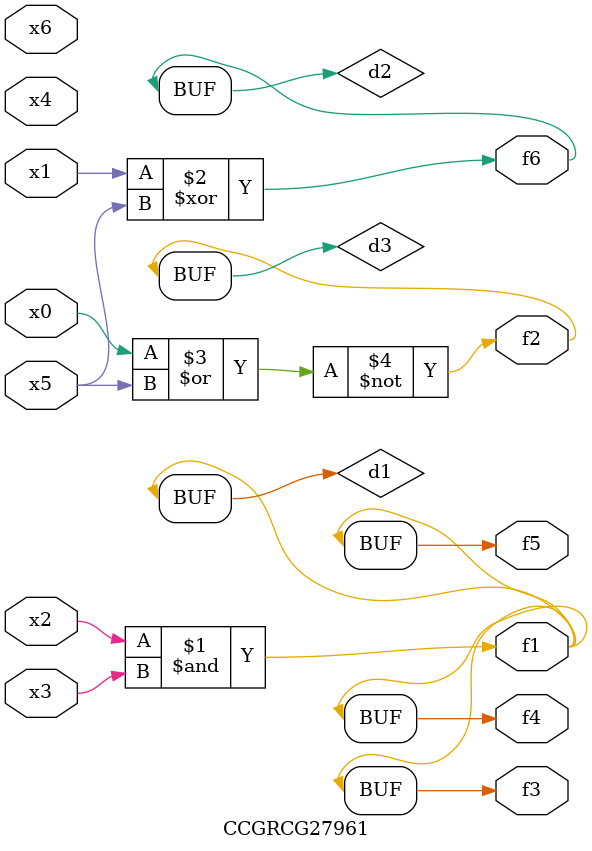
<source format=v>
module CCGRCG27961(
	input x0, x1, x2, x3, x4, x5, x6,
	output f1, f2, f3, f4, f5, f6
);

	wire d1, d2, d3;

	and (d1, x2, x3);
	xor (d2, x1, x5);
	nor (d3, x0, x5);
	assign f1 = d1;
	assign f2 = d3;
	assign f3 = d1;
	assign f4 = d1;
	assign f5 = d1;
	assign f6 = d2;
endmodule

</source>
